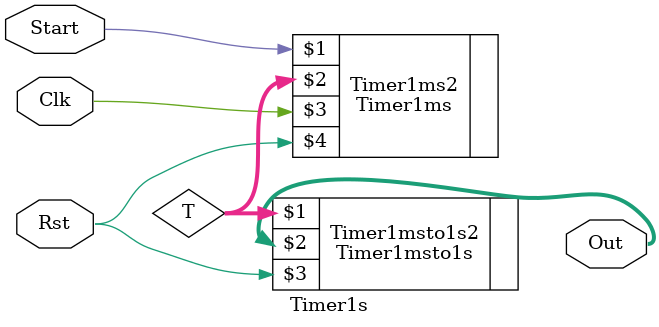
<source format=v>
module Timer1s(Start,Out,Clk,Rst);
input Start,Clk,Rst;
output [10:0] Out;
wire [20:0]T;
Timer1ms Timer1ms2(Start,T,Clk,Rst);
Timer1msto1s Timer1msto1s2(T,Out,Rst);
endmodule

</source>
